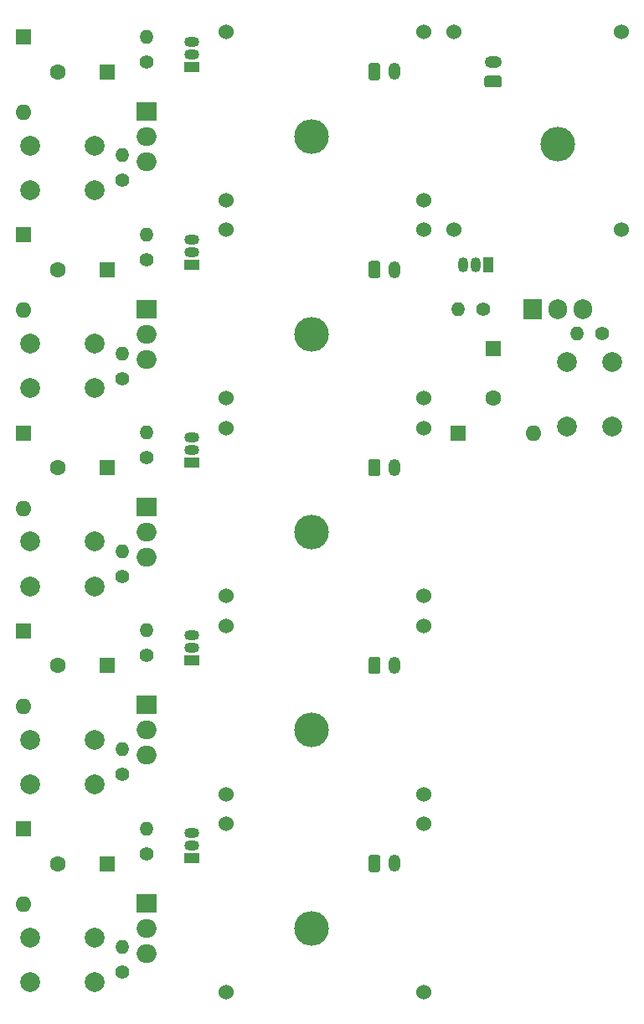
<source format=gbr>
%TF.GenerationSoftware,KiCad,Pcbnew,(5.1.9)-1*%
%TF.CreationDate,2021-03-22T15:53:49+01:00*%
%TF.ProjectId,DOORSENSOR_Enhanced_Multi,444f4f52-5345-44e5-934f-525f456e6861,rev?*%
%TF.SameCoordinates,Original*%
%TF.FileFunction,Soldermask,Bot*%
%TF.FilePolarity,Negative*%
%FSLAX46Y46*%
G04 Gerber Fmt 4.6, Leading zero omitted, Abs format (unit mm)*
G04 Created by KiCad (PCBNEW (5.1.9)-1) date 2021-03-22 15:53:49*
%MOMM*%
%LPD*%
G01*
G04 APERTURE LIST*
%ADD10R,1.050000X1.500000*%
%ADD11O,1.050000X1.500000*%
%ADD12O,1.750000X1.200000*%
%ADD13C,1.524000*%
%ADD14O,1.905000X2.000000*%
%ADD15R,1.905000X2.000000*%
%ADD16O,3.500000X3.500000*%
%ADD17C,1.400000*%
%ADD18O,1.400000X1.400000*%
%ADD19R,1.600000X1.600000*%
%ADD20C,1.600000*%
%ADD21O,1.600000X1.600000*%
%ADD22C,2.000000*%
%ADD23O,1.200000X1.750000*%
%ADD24O,2.000000X1.905000*%
%ADD25R,2.000000X1.905000*%
%ADD26O,1.500000X1.050000*%
%ADD27R,1.500000X1.050000*%
G04 APERTURE END LIST*
D10*
%TO.C,Q1*%
X111500000Y-68000000D03*
D11*
X108960000Y-68000000D03*
X110230000Y-68000000D03*
%TD*%
%TO.C,J1*%
G36*
G01*
X112625001Y-50100000D02*
X111374999Y-50100000D01*
G75*
G02*
X111125000Y-49850001I0J249999D01*
G01*
X111125000Y-49149999D01*
G75*
G02*
X111374999Y-48900000I249999J0D01*
G01*
X112625001Y-48900000D01*
G75*
G02*
X112875000Y-49149999I0J-249999D01*
G01*
X112875000Y-49850001D01*
G75*
G02*
X112625001Y-50100000I-249999J0D01*
G01*
G37*
D12*
X112000000Y-47500000D03*
%TD*%
D13*
%TO.C,SW3*%
X125000000Y-44500000D03*
X125000000Y-64500000D03*
%TD*%
D14*
%TO.C,Q2*%
X121080000Y-72500000D03*
X118540000Y-72500000D03*
D15*
X116000000Y-72500000D03*
D16*
X118540000Y-55840000D03*
%TD*%
D17*
%TO.C,R1*%
X111000000Y-72500000D03*
D18*
X108460000Y-72500000D03*
%TD*%
D19*
%TO.C,C1*%
X112015001Y-76500000D03*
D20*
X112015001Y-81500000D03*
%TD*%
D19*
%TO.C,D1*%
X108500000Y-85000000D03*
D21*
X116120000Y-85000000D03*
%TD*%
D22*
%TO.C,SW2*%
X119500000Y-77824999D03*
X124000000Y-77824999D03*
X119500000Y-84324999D03*
X124000000Y-84324999D03*
%TD*%
D18*
%TO.C,R2*%
X120460000Y-75000000D03*
D17*
X123000000Y-75000000D03*
%TD*%
D22*
%TO.C,SW2*%
X124000000Y-84324999D03*
X119500000Y-84324999D03*
X124000000Y-77824999D03*
X119500000Y-77824999D03*
%TD*%
D13*
%TO.C,SW1*%
X108000000Y-64500000D03*
X108000000Y-44500000D03*
%TD*%
D17*
%TO.C,R2*%
X123000000Y-75000000D03*
D18*
X120460000Y-75000000D03*
%TD*%
D20*
%TO.C,C1*%
X112015001Y-81500000D03*
D19*
X112015001Y-76500000D03*
%TD*%
D16*
%TO.C,Q2*%
X118540000Y-55840000D03*
D15*
X116000000Y-72500000D03*
D14*
X118540000Y-72500000D03*
X121080000Y-72500000D03*
%TD*%
D12*
%TO.C,J1*%
X112000000Y-47500000D03*
G36*
G01*
X112625001Y-50100000D02*
X111374999Y-50100000D01*
G75*
G02*
X111125000Y-49850001I0J249999D01*
G01*
X111125000Y-49149999D01*
G75*
G02*
X111374999Y-48900000I249999J0D01*
G01*
X112625001Y-48900000D01*
G75*
G02*
X112875000Y-49149999I0J-249999D01*
G01*
X112875000Y-49850001D01*
G75*
G02*
X112625001Y-50100000I-249999J0D01*
G01*
G37*
%TD*%
D18*
%TO.C,R1*%
X108460000Y-72500000D03*
D17*
X111000000Y-72500000D03*
%TD*%
D21*
%TO.C,D1*%
X116120000Y-85000000D03*
D19*
X108500000Y-85000000D03*
%TD*%
D11*
%TO.C,Q1*%
X110230000Y-68000000D03*
X108960000Y-68000000D03*
D10*
X111500000Y-68000000D03*
%TD*%
D13*
%TO.C,SW3*%
X125000000Y-64500000D03*
X125000000Y-44500000D03*
%TD*%
D23*
%TO.C,J1*%
X102000000Y-128500000D03*
G36*
G01*
X99400000Y-129125001D02*
X99400000Y-127874999D01*
G75*
G02*
X99649999Y-127625000I249999J0D01*
G01*
X100350001Y-127625000D01*
G75*
G02*
X100600000Y-127874999I0J-249999D01*
G01*
X100600000Y-129125001D01*
G75*
G02*
X100350001Y-129375000I-249999J0D01*
G01*
X99649999Y-129375000D01*
G75*
G02*
X99400000Y-129125001I0J249999D01*
G01*
G37*
%TD*%
D22*
%TO.C,SW2*%
X71675001Y-136000000D03*
X71675001Y-140500000D03*
X65175001Y-136000000D03*
X65175001Y-140500000D03*
%TD*%
D24*
%TO.C,Q2*%
X77000000Y-137580000D03*
X77000000Y-135040000D03*
D25*
X77000000Y-132500000D03*
D16*
X93660000Y-135040000D03*
%TD*%
D13*
%TO.C,SW1*%
X105000000Y-124500000D03*
X85000000Y-124500000D03*
%TD*%
D26*
%TO.C,Q1*%
X81500000Y-126730000D03*
X81500000Y-125460000D03*
D27*
X81500000Y-128000000D03*
%TD*%
D18*
%TO.C,R2*%
X74500000Y-136960000D03*
D17*
X74500000Y-139500000D03*
%TD*%
%TO.C,R2*%
X74500000Y-139500000D03*
D18*
X74500000Y-136960000D03*
%TD*%
D20*
%TO.C,C1*%
X68000000Y-128515001D03*
D19*
X73000000Y-128515001D03*
%TD*%
D22*
%TO.C,SW2*%
X65175001Y-140500000D03*
X65175001Y-136000000D03*
X71675001Y-140500000D03*
X71675001Y-136000000D03*
%TD*%
D13*
%TO.C,SW3*%
X85000000Y-141500000D03*
X105000000Y-141500000D03*
%TD*%
D19*
%TO.C,C1*%
X73000000Y-128515001D03*
D20*
X68000000Y-128515001D03*
%TD*%
D27*
%TO.C,Q1*%
X81500000Y-128000000D03*
D26*
X81500000Y-125460000D03*
X81500000Y-126730000D03*
%TD*%
D16*
%TO.C,Q2*%
X93660000Y-135040000D03*
D25*
X77000000Y-132500000D03*
D24*
X77000000Y-135040000D03*
X77000000Y-137580000D03*
%TD*%
D21*
%TO.C,D1*%
X64500000Y-132620000D03*
D19*
X64500000Y-125000000D03*
%TD*%
D18*
%TO.C,R1*%
X77000000Y-124960000D03*
D17*
X77000000Y-127500000D03*
%TD*%
D19*
%TO.C,D1*%
X64500000Y-125000000D03*
D21*
X64500000Y-132620000D03*
%TD*%
D17*
%TO.C,R1*%
X77000000Y-127500000D03*
D18*
X77000000Y-124960000D03*
%TD*%
D13*
%TO.C,SW3*%
X105000000Y-141500000D03*
X85000000Y-141500000D03*
%TD*%
%TO.C,J1*%
G36*
G01*
X99400000Y-129125001D02*
X99400000Y-127874999D01*
G75*
G02*
X99649999Y-127625000I249999J0D01*
G01*
X100350001Y-127625000D01*
G75*
G02*
X100600000Y-127874999I0J-249999D01*
G01*
X100600000Y-129125001D01*
G75*
G02*
X100350001Y-129375000I-249999J0D01*
G01*
X99649999Y-129375000D01*
G75*
G02*
X99400000Y-129125001I0J249999D01*
G01*
G37*
D23*
X102000000Y-128500000D03*
%TD*%
D17*
%TO.C,R2*%
X74500000Y-119500000D03*
D18*
X74500000Y-116960000D03*
%TD*%
D20*
%TO.C,C1*%
X68000000Y-108515001D03*
D19*
X73000000Y-108515001D03*
%TD*%
%TO.C,C1*%
X73000000Y-108515001D03*
D20*
X68000000Y-108515001D03*
%TD*%
D18*
%TO.C,R2*%
X74500000Y-116960000D03*
D17*
X74500000Y-119500000D03*
%TD*%
D22*
%TO.C,SW2*%
X65175001Y-120500000D03*
X65175001Y-116000000D03*
X71675001Y-120500000D03*
X71675001Y-116000000D03*
%TD*%
D16*
%TO.C,Q2*%
X93660000Y-115040000D03*
D25*
X77000000Y-112500000D03*
D24*
X77000000Y-115040000D03*
X77000000Y-117580000D03*
%TD*%
D22*
%TO.C,SW2*%
X71675001Y-116000000D03*
X71675001Y-120500000D03*
X65175001Y-116000000D03*
X65175001Y-120500000D03*
%TD*%
D13*
%TO.C,SW1*%
X85000000Y-104500000D03*
X105000000Y-104500000D03*
%TD*%
%TO.C,SW3*%
X105000000Y-121500000D03*
X85000000Y-121500000D03*
%TD*%
%TO.C,J1*%
G36*
G01*
X99400000Y-109125001D02*
X99400000Y-107874999D01*
G75*
G02*
X99649999Y-107625000I249999J0D01*
G01*
X100350001Y-107625000D01*
G75*
G02*
X100600000Y-107874999I0J-249999D01*
G01*
X100600000Y-109125001D01*
G75*
G02*
X100350001Y-109375000I-249999J0D01*
G01*
X99649999Y-109375000D01*
G75*
G02*
X99400000Y-109125001I0J249999D01*
G01*
G37*
D23*
X102000000Y-108500000D03*
%TD*%
D27*
%TO.C,Q1*%
X81500000Y-108000000D03*
D26*
X81500000Y-105460000D03*
X81500000Y-106730000D03*
%TD*%
D21*
%TO.C,D1*%
X64500000Y-112620000D03*
D19*
X64500000Y-105000000D03*
%TD*%
D26*
%TO.C,Q1*%
X81500000Y-106730000D03*
X81500000Y-105460000D03*
D27*
X81500000Y-108000000D03*
%TD*%
D13*
%TO.C,SW3*%
X85000000Y-121500000D03*
X105000000Y-121500000D03*
%TD*%
D18*
%TO.C,R1*%
X77000000Y-104960000D03*
D17*
X77000000Y-107500000D03*
%TD*%
D23*
%TO.C,J1*%
X102000000Y-108500000D03*
G36*
G01*
X99400000Y-109125001D02*
X99400000Y-107874999D01*
G75*
G02*
X99649999Y-107625000I249999J0D01*
G01*
X100350001Y-107625000D01*
G75*
G02*
X100600000Y-107874999I0J-249999D01*
G01*
X100600000Y-109125001D01*
G75*
G02*
X100350001Y-109375000I-249999J0D01*
G01*
X99649999Y-109375000D01*
G75*
G02*
X99400000Y-109125001I0J249999D01*
G01*
G37*
%TD*%
D24*
%TO.C,Q2*%
X77000000Y-117580000D03*
X77000000Y-115040000D03*
D25*
X77000000Y-112500000D03*
D16*
X93660000Y-115040000D03*
%TD*%
D17*
%TO.C,R1*%
X77000000Y-107500000D03*
D18*
X77000000Y-104960000D03*
%TD*%
D19*
%TO.C,D1*%
X64500000Y-105000000D03*
D21*
X64500000Y-112620000D03*
%TD*%
D26*
%TO.C,Q1*%
X81500000Y-86730000D03*
X81500000Y-85460000D03*
D27*
X81500000Y-88000000D03*
%TD*%
D19*
%TO.C,D1*%
X64500000Y-85000000D03*
D21*
X64500000Y-92620000D03*
%TD*%
D27*
%TO.C,Q1*%
X81500000Y-88000000D03*
D26*
X81500000Y-85460000D03*
X81500000Y-86730000D03*
%TD*%
D13*
%TO.C,SW3*%
X105000000Y-101500000D03*
X85000000Y-101500000D03*
%TD*%
D23*
%TO.C,J1*%
X102000000Y-88500000D03*
G36*
G01*
X99400000Y-89125001D02*
X99400000Y-87874999D01*
G75*
G02*
X99649999Y-87625000I249999J0D01*
G01*
X100350001Y-87625000D01*
G75*
G02*
X100600000Y-87874999I0J-249999D01*
G01*
X100600000Y-89125001D01*
G75*
G02*
X100350001Y-89375000I-249999J0D01*
G01*
X99649999Y-89375000D01*
G75*
G02*
X99400000Y-89125001I0J249999D01*
G01*
G37*
%TD*%
%TO.C,J1*%
G36*
G01*
X99400000Y-89125001D02*
X99400000Y-87874999D01*
G75*
G02*
X99649999Y-87625000I249999J0D01*
G01*
X100350001Y-87625000D01*
G75*
G02*
X100600000Y-87874999I0J-249999D01*
G01*
X100600000Y-89125001D01*
G75*
G02*
X100350001Y-89375000I-249999J0D01*
G01*
X99649999Y-89375000D01*
G75*
G02*
X99400000Y-89125001I0J249999D01*
G01*
G37*
X102000000Y-88500000D03*
%TD*%
D16*
%TO.C,Q2*%
X93660000Y-95040000D03*
D25*
X77000000Y-92500000D03*
D24*
X77000000Y-95040000D03*
X77000000Y-97580000D03*
%TD*%
D18*
%TO.C,R1*%
X77000000Y-84960000D03*
D17*
X77000000Y-87500000D03*
%TD*%
%TO.C,R1*%
X77000000Y-87500000D03*
D18*
X77000000Y-84960000D03*
%TD*%
D21*
%TO.C,D1*%
X64500000Y-92620000D03*
D19*
X64500000Y-85000000D03*
%TD*%
%TO.C,C1*%
X73000000Y-88515001D03*
D20*
X68000000Y-88515001D03*
%TD*%
D22*
%TO.C,SW2*%
X71675001Y-96000000D03*
X71675001Y-100500000D03*
X65175001Y-96000000D03*
X65175001Y-100500000D03*
%TD*%
D20*
%TO.C,C1*%
X68000000Y-88515001D03*
D19*
X73000000Y-88515001D03*
%TD*%
D17*
%TO.C,R2*%
X74500000Y-99500000D03*
D18*
X74500000Y-96960000D03*
%TD*%
%TO.C,R2*%
X74500000Y-96960000D03*
D17*
X74500000Y-99500000D03*
%TD*%
D13*
%TO.C,SW1*%
X105000000Y-84500000D03*
X85000000Y-84500000D03*
%TD*%
%TO.C,SW3*%
X85000000Y-101500000D03*
X105000000Y-101500000D03*
%TD*%
D24*
%TO.C,Q2*%
X77000000Y-97580000D03*
X77000000Y-95040000D03*
D25*
X77000000Y-92500000D03*
D16*
X93660000Y-95040000D03*
%TD*%
D22*
%TO.C,SW2*%
X65175001Y-100500000D03*
X65175001Y-96000000D03*
X71675001Y-100500000D03*
X71675001Y-96000000D03*
%TD*%
D27*
%TO.C,Q1*%
X81500000Y-68000000D03*
D26*
X81500000Y-65460000D03*
X81500000Y-66730000D03*
%TD*%
%TO.C,J1*%
G36*
G01*
X99400000Y-69125001D02*
X99400000Y-67874999D01*
G75*
G02*
X99649999Y-67625000I249999J0D01*
G01*
X100350001Y-67625000D01*
G75*
G02*
X100600000Y-67874999I0J-249999D01*
G01*
X100600000Y-69125001D01*
G75*
G02*
X100350001Y-69375000I-249999J0D01*
G01*
X99649999Y-69375000D01*
G75*
G02*
X99400000Y-69125001I0J249999D01*
G01*
G37*
D23*
X102000000Y-68500000D03*
%TD*%
D13*
%TO.C,SW3*%
X105000000Y-81500000D03*
X85000000Y-81500000D03*
%TD*%
D24*
%TO.C,Q2*%
X77000000Y-77580000D03*
X77000000Y-75040000D03*
D25*
X77000000Y-72500000D03*
D16*
X93660000Y-75040000D03*
%TD*%
D17*
%TO.C,R1*%
X77000000Y-67500000D03*
D18*
X77000000Y-64960000D03*
%TD*%
D19*
%TO.C,C1*%
X73000000Y-68515001D03*
D20*
X68000000Y-68515001D03*
%TD*%
D19*
%TO.C,D1*%
X64500000Y-65000000D03*
D21*
X64500000Y-72620000D03*
%TD*%
D22*
%TO.C,SW2*%
X71675001Y-76000000D03*
X71675001Y-80500000D03*
X65175001Y-76000000D03*
X65175001Y-80500000D03*
%TD*%
D18*
%TO.C,R2*%
X74500000Y-76960000D03*
D17*
X74500000Y-79500000D03*
%TD*%
D22*
%TO.C,SW2*%
X65175001Y-80500000D03*
X65175001Y-76000000D03*
X71675001Y-80500000D03*
X71675001Y-76000000D03*
%TD*%
D13*
%TO.C,SW1*%
X85000000Y-64500000D03*
X105000000Y-64500000D03*
%TD*%
D17*
%TO.C,R2*%
X74500000Y-79500000D03*
D18*
X74500000Y-76960000D03*
%TD*%
D20*
%TO.C,C1*%
X68000000Y-68515001D03*
D19*
X73000000Y-68515001D03*
%TD*%
D16*
%TO.C,Q2*%
X93660000Y-75040000D03*
D25*
X77000000Y-72500000D03*
D24*
X77000000Y-75040000D03*
X77000000Y-77580000D03*
%TD*%
D23*
%TO.C,J1*%
X102000000Y-68500000D03*
G36*
G01*
X99400000Y-69125001D02*
X99400000Y-67874999D01*
G75*
G02*
X99649999Y-67625000I249999J0D01*
G01*
X100350001Y-67625000D01*
G75*
G02*
X100600000Y-67874999I0J-249999D01*
G01*
X100600000Y-69125001D01*
G75*
G02*
X100350001Y-69375000I-249999J0D01*
G01*
X99649999Y-69375000D01*
G75*
G02*
X99400000Y-69125001I0J249999D01*
G01*
G37*
%TD*%
D18*
%TO.C,R1*%
X77000000Y-64960000D03*
D17*
X77000000Y-67500000D03*
%TD*%
D21*
%TO.C,D1*%
X64500000Y-72620000D03*
D19*
X64500000Y-65000000D03*
%TD*%
D26*
%TO.C,Q1*%
X81500000Y-66730000D03*
X81500000Y-65460000D03*
D27*
X81500000Y-68000000D03*
%TD*%
D13*
%TO.C,SW3*%
X85000000Y-81500000D03*
X105000000Y-81500000D03*
%TD*%
D22*
%TO.C,SW2*%
X65175001Y-60500000D03*
X65175001Y-56000000D03*
X71675001Y-60500000D03*
X71675001Y-56000000D03*
%TD*%
D17*
%TO.C,R2*%
X74500000Y-59500000D03*
D18*
X74500000Y-56960000D03*
%TD*%
D20*
%TO.C,C1*%
X68000000Y-48515001D03*
D19*
X73000000Y-48515001D03*
%TD*%
D16*
%TO.C,Q2*%
X93660000Y-55040000D03*
D25*
X77000000Y-52500000D03*
D24*
X77000000Y-55040000D03*
X77000000Y-57580000D03*
%TD*%
D23*
%TO.C,J1*%
X102000000Y-48500000D03*
G36*
G01*
X99400000Y-49125001D02*
X99400000Y-47874999D01*
G75*
G02*
X99649999Y-47625000I249999J0D01*
G01*
X100350001Y-47625000D01*
G75*
G02*
X100600000Y-47874999I0J-249999D01*
G01*
X100600000Y-49125001D01*
G75*
G02*
X100350001Y-49375000I-249999J0D01*
G01*
X99649999Y-49375000D01*
G75*
G02*
X99400000Y-49125001I0J249999D01*
G01*
G37*
%TD*%
D18*
%TO.C,R1*%
X77000000Y-44960000D03*
D17*
X77000000Y-47500000D03*
%TD*%
D21*
%TO.C,D1*%
X64500000Y-52620000D03*
D19*
X64500000Y-45000000D03*
%TD*%
D26*
%TO.C,Q1*%
X81500000Y-46730000D03*
X81500000Y-45460000D03*
D27*
X81500000Y-48000000D03*
%TD*%
D13*
%TO.C,SW3*%
X85000000Y-61500000D03*
X105000000Y-61500000D03*
%TD*%
D27*
%TO.C,Q1*%
X81500000Y-48000000D03*
D26*
X81500000Y-45460000D03*
X81500000Y-46730000D03*
%TD*%
D24*
%TO.C,Q2*%
X77000000Y-57580000D03*
X77000000Y-55040000D03*
D25*
X77000000Y-52500000D03*
D16*
X93660000Y-55040000D03*
%TD*%
D19*
%TO.C,C1*%
X73000000Y-48515001D03*
D20*
X68000000Y-48515001D03*
%TD*%
D19*
%TO.C,D1*%
X64500000Y-45000000D03*
D21*
X64500000Y-52620000D03*
%TD*%
%TO.C,J1*%
G36*
G01*
X99400000Y-49125001D02*
X99400000Y-47874999D01*
G75*
G02*
X99649999Y-47625000I249999J0D01*
G01*
X100350001Y-47625000D01*
G75*
G02*
X100600000Y-47874999I0J-249999D01*
G01*
X100600000Y-49125001D01*
G75*
G02*
X100350001Y-49375000I-249999J0D01*
G01*
X99649999Y-49375000D01*
G75*
G02*
X99400000Y-49125001I0J249999D01*
G01*
G37*
D23*
X102000000Y-48500000D03*
%TD*%
D17*
%TO.C,R1*%
X77000000Y-47500000D03*
D18*
X77000000Y-44960000D03*
%TD*%
%TO.C,R2*%
X74500000Y-56960000D03*
D17*
X74500000Y-59500000D03*
%TD*%
D13*
%TO.C,SW1*%
X105000000Y-44500000D03*
X85000000Y-44500000D03*
%TD*%
D22*
%TO.C,SW2*%
X71675001Y-56000000D03*
X71675001Y-60500000D03*
X65175001Y-56000000D03*
X65175001Y-60500000D03*
%TD*%
D13*
%TO.C,SW3*%
X105000000Y-61500000D03*
X85000000Y-61500000D03*
%TD*%
M02*

</source>
